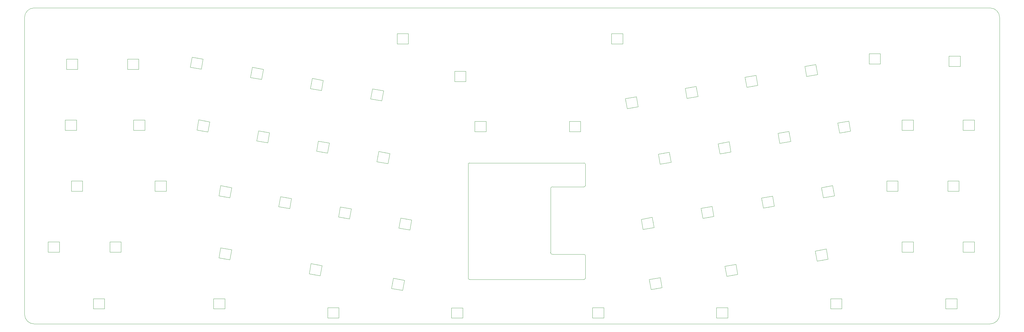
<source format=gbr>
G04 #@! TF.GenerationSoftware,KiCad,Pcbnew,(6.0.2-0)*
G04 #@! TF.CreationDate,2022-02-23T09:44:20+09:00*
G04 #@! TF.ProjectId,aliceball,616c6963-6562-4616-9c6c-2e6b69636164,rev?*
G04 #@! TF.SameCoordinates,Original*
G04 #@! TF.FileFunction,Profile,NP*
%FSLAX46Y46*%
G04 Gerber Fmt 4.6, Leading zero omitted, Abs format (unit mm)*
G04 Created by KiCad (PCBNEW (6.0.2-0)) date 2022-02-23 09:44:20*
%MOMM*%
%LPD*%
G01*
G04 APERTURE LIST*
G04 #@! TA.AperFunction,Profile*
%ADD10C,0.100000*%
G04 #@! TD*
G04 #@! TA.AperFunction,Profile*
%ADD11C,0.120000*%
G04 #@! TD*
G04 APERTURE END LIST*
D10*
X19275000Y-113050000D02*
G75*
G03*
X22275000Y-116050000I3000001J1D01*
G01*
X22275000Y-17250000D02*
G75*
G03*
X19275000Y-20250000I1J-3000001D01*
G01*
X320625000Y-116050000D02*
G75*
G03*
X323625000Y-113050000I-1J3000001D01*
G01*
X323625000Y-20250000D02*
G75*
G03*
X320625000Y-17250000I-3000001J-1D01*
G01*
X183474612Y-73723500D02*
X183450929Y-93727951D01*
X320625000Y-17250000D02*
X22275000Y-17250000D01*
X193929000Y-65722500D02*
X158115000Y-65722500D01*
X194310000Y-66103500D02*
X194310000Y-72771000D01*
X183450929Y-93727951D02*
G75*
G03*
X184022429Y-94299451I571498J-2D01*
G01*
X184022429Y-94299451D02*
X193929000Y-94297500D01*
X193929000Y-73152000D02*
X184046112Y-73152000D01*
X184046112Y-73152000D02*
G75*
G03*
X183474612Y-73723500I-2J-571498D01*
G01*
X193929000Y-102108000D02*
G75*
G03*
X194310000Y-101727000I1J380999D01*
G01*
X194310000Y-94678500D02*
X194310000Y-101727000D01*
X158115000Y-65722500D02*
G75*
G03*
X157734000Y-66103500I-1J-380999D01*
G01*
X194310000Y-66103500D02*
G75*
G03*
X193929000Y-65722500I-380999J1D01*
G01*
X157734000Y-101727000D02*
G75*
G03*
X158115000Y-102108000I380999J-1D01*
G01*
X193929000Y-73152000D02*
G75*
G03*
X194310000Y-72771000I1J380999D01*
G01*
X158115000Y-102108000D02*
X193929000Y-102108000D01*
X194310000Y-94678500D02*
G75*
G03*
X193929000Y-94297500I-380999J1D01*
G01*
X323625000Y-20250000D02*
X323625000Y-113050000D01*
X157734000Y-66103500D02*
X157734000Y-101727000D01*
X19275000Y-20250000D02*
X19275000Y-113050000D01*
X22275000Y-116050000D02*
X320625000Y-116050000D01*
D11*
X44220000Y-108130000D02*
X44220000Y-111330000D01*
X40720000Y-108130000D02*
X44220000Y-108130000D01*
X44220000Y-111330000D02*
X40720000Y-111330000D01*
X40720000Y-111330000D02*
X40720000Y-108130000D01*
X81760000Y-108128000D02*
X81760000Y-111328000D01*
X78260000Y-108128000D02*
X81760000Y-108128000D01*
X81760000Y-111328000D02*
X78260000Y-111328000D01*
X78260000Y-111328000D02*
X78260000Y-108128000D01*
X117383500Y-110985500D02*
X117383500Y-114185500D01*
X113883500Y-110985500D02*
X117383500Y-110985500D01*
X117383500Y-114185500D02*
X113883500Y-114185500D01*
X113883500Y-114185500D02*
X113883500Y-110985500D01*
X310284000Y-108128000D02*
X310284000Y-111328000D01*
X306784000Y-108128000D02*
X310284000Y-108128000D01*
X310284000Y-111328000D02*
X306784000Y-111328000D01*
X306784000Y-111328000D02*
X306784000Y-108128000D01*
X274360000Y-108120000D02*
X274360000Y-111320000D01*
X270860000Y-108120000D02*
X274360000Y-108120000D01*
X274360000Y-111320000D02*
X270860000Y-111320000D01*
X270860000Y-111320000D02*
X270860000Y-108120000D01*
X238732000Y-110985500D02*
X238732000Y-114185500D01*
X235232000Y-110985500D02*
X238732000Y-110985500D01*
X238732000Y-114185500D02*
X235232000Y-114185500D01*
X235232000Y-114185500D02*
X235232000Y-110985500D01*
X200060500Y-110985500D02*
X200060500Y-114185500D01*
X196560500Y-110985500D02*
X200060500Y-110985500D01*
X200060500Y-114185500D02*
X196560500Y-114185500D01*
X196560500Y-114185500D02*
X196560500Y-110985500D01*
X156040000Y-111000000D02*
X156040000Y-114200000D01*
X152540000Y-111000000D02*
X156040000Y-111000000D01*
X156040000Y-114200000D02*
X152540000Y-114200000D01*
X152540000Y-114200000D02*
X152540000Y-111000000D01*
X163294000Y-52692500D02*
X163294000Y-55892500D01*
X159794000Y-52692500D02*
X163294000Y-52692500D01*
X163294000Y-55892500D02*
X159794000Y-55892500D01*
X159794000Y-55892500D02*
X159794000Y-52692500D01*
X192821500Y-52692500D02*
X192821500Y-55892500D01*
X189321500Y-52692500D02*
X192821500Y-52692500D01*
X192821500Y-55892500D02*
X189321500Y-55892500D01*
X189321500Y-55892500D02*
X189321500Y-52692500D01*
X205966000Y-25260500D02*
X205966000Y-28460500D01*
X202466000Y-25260500D02*
X205966000Y-25260500D01*
X205966000Y-28460500D02*
X202466000Y-28460500D01*
X202466000Y-28460500D02*
X202466000Y-25260500D01*
X139024500Y-25260500D02*
X139024500Y-28460500D01*
X135524500Y-25260500D02*
X139024500Y-25260500D01*
X139024500Y-28460500D02*
X135524500Y-28460500D01*
X135524500Y-28460500D02*
X135524500Y-25260500D01*
X157007500Y-37071500D02*
X157007500Y-40271500D01*
X153507500Y-37071500D02*
X157007500Y-37071500D01*
X157007500Y-40271500D02*
X153507500Y-40271500D01*
X153507500Y-40271500D02*
X153507500Y-37071500D01*
X35849500Y-33261500D02*
X35849500Y-36461500D01*
X32349500Y-33261500D02*
X35849500Y-33261500D01*
X35849500Y-36461500D02*
X32349500Y-36461500D01*
X32349500Y-36461500D02*
X32349500Y-33261500D01*
X35468500Y-52311500D02*
X35468500Y-55511500D01*
X31968500Y-52311500D02*
X35468500Y-52311500D01*
X35468500Y-55511500D02*
X31968500Y-55511500D01*
X31968500Y-55511500D02*
X31968500Y-52311500D01*
X37373500Y-71361500D02*
X37373500Y-74561500D01*
X33873500Y-71361500D02*
X37373500Y-71361500D01*
X37373500Y-74561500D02*
X33873500Y-74561500D01*
X33873500Y-74561500D02*
X33873500Y-71361500D01*
X30134500Y-90411500D02*
X30134500Y-93611500D01*
X26634500Y-90411500D02*
X30134500Y-90411500D01*
X30134500Y-93611500D02*
X26634500Y-93611500D01*
X26634500Y-93611500D02*
X26634500Y-90411500D01*
X49375000Y-90411500D02*
X49375000Y-93611500D01*
X45875000Y-90411500D02*
X49375000Y-90411500D01*
X49375000Y-93611500D02*
X45875000Y-93611500D01*
X45875000Y-93611500D02*
X45875000Y-90411500D01*
X63472000Y-71361500D02*
X63472000Y-74561500D01*
X59972000Y-71361500D02*
X63472000Y-71361500D01*
X63472000Y-74561500D02*
X59972000Y-74561500D01*
X59972000Y-74561500D02*
X59972000Y-71361500D01*
X56804500Y-52311500D02*
X56804500Y-55511500D01*
X53304500Y-52311500D02*
X56804500Y-52311500D01*
X56804500Y-55511500D02*
X53304500Y-55511500D01*
X53304500Y-55511500D02*
X53304500Y-52311500D01*
X54899500Y-33261500D02*
X54899500Y-36461500D01*
X51399500Y-33261500D02*
X54899500Y-33261500D01*
X54899500Y-36461500D02*
X51399500Y-36461500D01*
X51399500Y-36461500D02*
X51399500Y-33261500D01*
X74962751Y-33208692D02*
X74407076Y-36360077D01*
X71515924Y-32600923D02*
X74962751Y-33208692D01*
X74407076Y-36360077D02*
X70960249Y-35752308D01*
X70960249Y-35752308D02*
X71515924Y-32600923D01*
X77058251Y-52830192D02*
X76502576Y-55981577D01*
X73611424Y-52222423D02*
X77058251Y-52830192D01*
X76502576Y-55981577D02*
X73055749Y-55373808D01*
X73055749Y-55373808D02*
X73611424Y-52222423D01*
X83916251Y-73404192D02*
X83360576Y-76555577D01*
X80469424Y-72796423D02*
X83916251Y-73404192D01*
X83360576Y-76555577D02*
X79913749Y-75947808D01*
X79913749Y-75947808D02*
X80469424Y-72796423D01*
X83916251Y-92835192D02*
X83360576Y-95986577D01*
X80469424Y-92227423D02*
X83916251Y-92835192D01*
X83360576Y-95986577D02*
X79913749Y-95378808D01*
X79913749Y-95378808D02*
X80469424Y-92227423D01*
X112110251Y-97788192D02*
X111554576Y-100939577D01*
X108663424Y-97180423D02*
X112110251Y-97788192D01*
X111554576Y-100939577D02*
X108107749Y-100331808D01*
X108107749Y-100331808D02*
X108663424Y-97180423D01*
X102585251Y-76833192D02*
X102029576Y-79984577D01*
X99138424Y-76225423D02*
X102585251Y-76833192D01*
X102029576Y-79984577D02*
X98582749Y-79376808D01*
X98582749Y-79376808D02*
X99138424Y-76225423D01*
X95727251Y-56259192D02*
X95171576Y-59410577D01*
X92280424Y-55651423D02*
X95727251Y-56259192D01*
X95171576Y-59410577D02*
X91724749Y-58802808D01*
X91724749Y-58802808D02*
X92280424Y-55651423D01*
X93782670Y-36407442D02*
X93226995Y-39558827D01*
X90335843Y-35799673D02*
X93782670Y-36407442D01*
X93226995Y-39558827D02*
X89780168Y-38951058D01*
X89780168Y-38951058D02*
X90335843Y-35799673D01*
X112491251Y-39876192D02*
X111935576Y-43027577D01*
X109044424Y-39268423D02*
X112491251Y-39876192D01*
X111935576Y-43027577D02*
X108488749Y-42419808D01*
X108488749Y-42419808D02*
X109044424Y-39268423D01*
X114396251Y-59497692D02*
X113840576Y-62649077D01*
X110949424Y-58889923D02*
X114396251Y-59497692D01*
X113840576Y-62649077D02*
X110393749Y-62041308D01*
X110393749Y-62041308D02*
X110949424Y-58889923D01*
X121254251Y-80071692D02*
X120698576Y-83223077D01*
X117807424Y-79463923D02*
X121254251Y-80071692D01*
X120698576Y-83223077D02*
X117251749Y-82615308D01*
X117251749Y-82615308D02*
X117807424Y-79463923D01*
X137827751Y-102360192D02*
X137272076Y-105511577D01*
X134380924Y-101752423D02*
X137827751Y-102360192D01*
X137272076Y-105511577D02*
X133825249Y-104903808D01*
X133825249Y-104903808D02*
X134380924Y-101752423D01*
X140074170Y-83500692D02*
X139518495Y-86652077D01*
X136627343Y-82892923D02*
X140074170Y-83500692D01*
X139518495Y-86652077D02*
X136071668Y-86044308D01*
X136071668Y-86044308D02*
X136627343Y-82892923D01*
X133255751Y-62736192D02*
X132700076Y-65887577D01*
X129808924Y-62128423D02*
X133255751Y-62736192D01*
X132700076Y-65887577D02*
X129253249Y-65279808D01*
X129253249Y-65279808D02*
X129808924Y-62128423D01*
X131311170Y-43114692D02*
X130755495Y-46266077D01*
X127864343Y-42506923D02*
X131311170Y-43114692D01*
X130755495Y-46266077D02*
X127308668Y-45658308D01*
X127308668Y-45658308D02*
X127864343Y-42506923D01*
X210233576Y-44983423D02*
X210789251Y-48134808D01*
X206786749Y-45591192D02*
X210233576Y-44983423D01*
X210789251Y-48134808D02*
X207342424Y-48742577D01*
X207342424Y-48742577D02*
X206786749Y-45591192D01*
X220520576Y-62318923D02*
X221076251Y-65470308D01*
X217073749Y-62926692D02*
X220520576Y-62318923D01*
X221076251Y-65470308D02*
X217629424Y-66078077D01*
X217629424Y-66078077D02*
X217073749Y-62926692D01*
X215186576Y-82702423D02*
X215742251Y-85853808D01*
X211739749Y-83310192D02*
X215186576Y-82702423D01*
X215742251Y-85853808D02*
X212295424Y-86461577D01*
X212295424Y-86461577D02*
X211739749Y-83310192D01*
X217663076Y-101561923D02*
X218218751Y-104713308D01*
X214216249Y-102169692D02*
X217663076Y-101561923D01*
X218218751Y-104713308D02*
X214771924Y-105321077D01*
X214771924Y-105321077D02*
X214216249Y-102169692D01*
X241285076Y-97370923D02*
X241840751Y-100522308D01*
X237838249Y-97978692D02*
X241285076Y-97370923D01*
X241840751Y-100522308D02*
X238393924Y-101130077D01*
X238393924Y-101130077D02*
X237838249Y-97978692D01*
X233855576Y-79273423D02*
X234411251Y-82424808D01*
X230408749Y-79881192D02*
X233855576Y-79273423D01*
X234411251Y-82424808D02*
X230964424Y-83032577D01*
X230964424Y-83032577D02*
X230408749Y-79881192D01*
X239189576Y-59080423D02*
X239745251Y-62231808D01*
X235742749Y-59688192D02*
X239189576Y-59080423D01*
X239745251Y-62231808D02*
X236298424Y-62839577D01*
X236298424Y-62839577D02*
X235742749Y-59688192D01*
X228902576Y-41744923D02*
X229458251Y-44896308D01*
X225455749Y-42352692D02*
X228902576Y-41744923D01*
X229458251Y-44896308D02*
X226011424Y-45504077D01*
X226011424Y-45504077D02*
X225455749Y-42352692D01*
X247571576Y-38315923D02*
X248127251Y-41467308D01*
X244124749Y-38923692D02*
X247571576Y-38315923D01*
X248127251Y-41467308D02*
X244680424Y-42075077D01*
X244680424Y-42075077D02*
X244124749Y-38923692D01*
X257858576Y-55841923D02*
X258414251Y-58993308D01*
X254411749Y-56449692D02*
X257858576Y-55841923D01*
X258414251Y-58993308D02*
X254967424Y-59601077D01*
X254967424Y-59601077D02*
X254411749Y-56449692D01*
X252715076Y-76034923D02*
X253270751Y-79186308D01*
X249268249Y-76642692D02*
X252715076Y-76034923D01*
X253270751Y-79186308D02*
X249823924Y-79794077D01*
X249823924Y-79794077D02*
X249268249Y-76642692D01*
X269479076Y-92608423D02*
X270034751Y-95759808D01*
X266032249Y-93216192D02*
X269479076Y-92608423D01*
X270034751Y-95759808D02*
X266587924Y-96367577D01*
X266587924Y-96367577D02*
X266032249Y-93216192D01*
X271466048Y-72796423D02*
X272021723Y-75947808D01*
X268019221Y-73404192D02*
X271466048Y-72796423D01*
X272021723Y-75947808D02*
X268574896Y-76555577D01*
X268574896Y-76555577D02*
X268019221Y-73404192D01*
X276527576Y-52603423D02*
X277083251Y-55754808D01*
X273080749Y-53211192D02*
X276527576Y-52603423D01*
X277083251Y-55754808D02*
X273636424Y-56362577D01*
X273636424Y-56362577D02*
X273080749Y-53211192D01*
X266240576Y-34886923D02*
X266796251Y-38038308D01*
X262793749Y-35494692D02*
X266240576Y-34886923D01*
X266796251Y-38038308D02*
X263349424Y-38646077D01*
X263349424Y-38646077D02*
X262793749Y-35494692D01*
X286357000Y-31547000D02*
X286357000Y-34747000D01*
X282857000Y-31547000D02*
X286357000Y-31547000D01*
X286357000Y-34747000D02*
X282857000Y-34747000D01*
X282857000Y-34747000D02*
X282857000Y-31547000D01*
X296644000Y-52311500D02*
X296644000Y-55511500D01*
X293144000Y-52311500D02*
X296644000Y-52311500D01*
X296644000Y-55511500D02*
X293144000Y-55511500D01*
X293144000Y-55511500D02*
X293144000Y-52311500D01*
X291881500Y-71361500D02*
X291881500Y-74561500D01*
X288381500Y-71361500D02*
X291881500Y-71361500D01*
X291881500Y-74561500D02*
X288381500Y-74561500D01*
X288381500Y-74561500D02*
X288381500Y-71361500D01*
X296644000Y-90411500D02*
X296644000Y-93611500D01*
X293144000Y-90411500D02*
X296644000Y-90411500D01*
X296644000Y-93611500D02*
X293144000Y-93611500D01*
X293144000Y-93611500D02*
X293144000Y-90411500D01*
X315694000Y-90411500D02*
X315694000Y-93611500D01*
X312194000Y-90411500D02*
X315694000Y-90411500D01*
X315694000Y-93611500D02*
X312194000Y-93611500D01*
X312194000Y-93611500D02*
X312194000Y-90411500D01*
X310931500Y-71361500D02*
X310931500Y-74561500D01*
X307431500Y-71361500D02*
X310931500Y-71361500D01*
X310931500Y-74561500D02*
X307431500Y-74561500D01*
X307431500Y-74561500D02*
X307431500Y-71361500D01*
X315694000Y-52311500D02*
X315694000Y-55511500D01*
X312194000Y-52311500D02*
X315694000Y-52311500D01*
X315694000Y-55511500D02*
X312194000Y-55511500D01*
X312194000Y-55511500D02*
X312194000Y-52311500D01*
X311312500Y-32309000D02*
X311312500Y-35509000D01*
X307812500Y-32309000D02*
X311312500Y-32309000D01*
X311312500Y-35509000D02*
X307812500Y-35509000D01*
X307812500Y-35509000D02*
X307812500Y-32309000D01*
M02*

</source>
